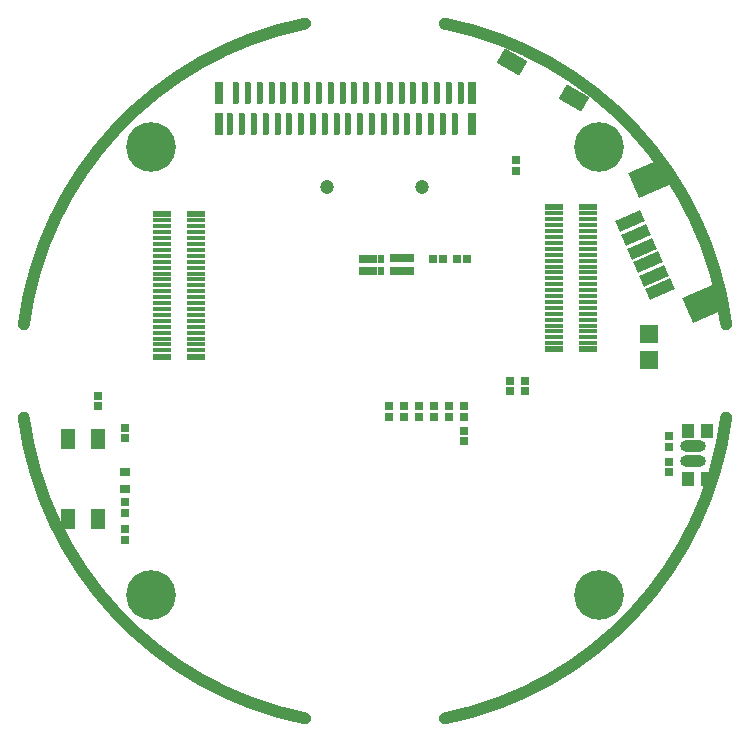
<source format=gts>
%FSLAX44Y44*%
%MOMM*%
G71*
G01*
G75*
G04 Layer_Color=8388736*
%ADD10R,0.6000X0.5000*%
%ADD11R,0.5000X0.6000*%
%ADD12R,0.7000X0.6000*%
%ADD13R,1.0000X1.6000*%
G04:AMPARAMS|DCode=14|XSize=3mm|YSize=2.1mm|CornerRadius=0mm|HoleSize=0mm|Usage=FLASHONLY|Rotation=203.500|XOffset=0mm|YOffset=0mm|HoleType=Round|Shape=Rectangle|*
%AMROTATEDRECTD14*
4,1,4,0.9569,1.5610,1.7943,-0.3648,-0.9569,-1.5610,-1.7943,0.3648,0.9569,1.5610,0.0*
%
%ADD14ROTATEDRECTD14*%

G04:AMPARAMS|DCode=15|XSize=2.1mm|YSize=0.8mm|CornerRadius=0mm|HoleSize=0mm|Usage=FLASHONLY|Rotation=203.500|XOffset=0mm|YOffset=0mm|HoleType=Round|Shape=Rectangle|*
%AMROTATEDRECTD15*
4,1,4,0.8034,0.7855,1.1224,0.0519,-0.8034,-0.7855,-1.1224,-0.0519,0.8034,0.7855,0.0*
%
%ADD15ROTATEDRECTD15*%

G04:AMPARAMS|DCode=16|XSize=2mm|YSize=1.2mm|CornerRadius=0mm|HoleSize=0mm|Usage=FLASHONLY|Rotation=150.000|XOffset=0mm|YOffset=0mm|HoleType=Round|Shape=Rectangle|*
%AMROTATEDRECTD16*
4,1,4,1.1660,0.0196,0.5660,-1.0196,-1.1660,-0.0196,-0.5660,1.0196,1.1660,0.0196,0.0*
%
%ADD16ROTATEDRECTD16*%

%ADD17R,1.3500X0.3000*%
%ADD18R,1.3500X0.2500*%
%ADD19R,0.5000X1.7000*%
G04:AMPARAMS|DCode=20|XSize=0.32mm|YSize=1.7mm|CornerRadius=0.08mm|HoleSize=0mm|Usage=FLASHONLY|Rotation=0.000|XOffset=0mm|YOffset=0mm|HoleType=Round|Shape=RoundedRectangle|*
%AMROUNDEDRECTD20*
21,1,0.3200,1.5400,0,0,0.0*
21,1,0.1600,1.7000,0,0,0.0*
1,1,0.1600,0.0800,-0.7700*
1,1,0.1600,-0.0800,-0.7700*
1,1,0.1600,-0.0800,0.7700*
1,1,0.1600,0.0800,0.7700*
%
%ADD20ROUNDEDRECTD20*%
%ADD21R,0.4064X0.5500*%
%ADD22R,0.3048X0.5500*%
%ADD23R,1.3970X1.3970*%
%ADD24R,0.8890X1.0160*%
%ADD25C,0.2540*%
%ADD26C,1.0000*%
%ADD27C,0.6000*%
%ADD28C,0.4000*%
%ADD29C,0.3000*%
%ADD30C,0.5000*%
G04:AMPARAMS|DCode=31|XSize=4mm|YSize=4mm|CornerRadius=2mm|HoleSize=0mm|Usage=FLASHONLY|Rotation=0.000|XOffset=0mm|YOffset=0mm|HoleType=Round|Shape=RoundedRectangle|*
%AMROUNDEDRECTD31*
21,1,4.0000,0.0000,0,0,0.0*
21,1,0.0000,4.0000,0,0,0.0*
1,1,4.0000,0.0000,0.0000*
1,1,4.0000,0.0000,0.0000*
1,1,4.0000,0.0000,0.0000*
1,1,4.0000,0.0000,0.0000*
%
%ADD31ROUNDEDRECTD31*%
%ADD32O,2.0000X0.7500*%
%ADD33C,1.0000*%
%ADD34C,0.5000*%
%ADD35R,0.8128X0.8128*%
%ADD36R,2.1000X0.8000*%
%ADD37R,3.0000X2.1000*%
%ADD38R,0.8000X2.1000*%
%ADD39R,2.1000X3.0000*%
%ADD40R,0.6096X2.0320*%
%ADD41O,0.6096X2.0320*%
%ADD42R,1.3970X1.3970*%
%ADD43R,1.6000X1.2000*%
%ADD44R,2.1500X6.3000*%
%ADD45R,1.2000X1.8000*%
%ADD46R,0.8128X1.0668*%
%ADD47R,0.7000X1.4000*%
%ADD48R,1.8000X2.8000*%
%ADD49R,1.5200X0.7600*%
%ADD50R,1.0668X0.8128*%
%ADD51R,0.8128X0.8128*%
%ADD52R,1.2000X2.2000*%
%ADD53R,1.6000X1.4000*%
%ADD54R,1.1000X1.4000*%
%ADD55R,0.7000X1.6000*%
G04:AMPARAMS|DCode=56|XSize=2mm|YSize=2mm|CornerRadius=0mm|HoleSize=0mm|Usage=FLASHONLY|Rotation=180.000|XOffset=0mm|YOffset=0mm|HoleType=Round|Shape=RoundedRectangle|*
%AMROUNDEDRECTD56*
21,1,2.0000,2.0000,0,0,180.0*
21,1,2.0000,2.0000,0,0,180.0*
1,1,0.0000,-1.0000,1.0000*
1,1,0.0000,1.0000,1.0000*
1,1,0.0000,1.0000,-1.0000*
1,1,0.0000,-1.0000,-1.0000*
%
%ADD56ROUNDEDRECTD56*%
%ADD57C,0.8000*%
%ADD58C,0.1250*%
%ADD59C,0.1200*%
%ADD60R,0.8032X0.7032*%
%ADD61R,0.7032X0.8032*%
%ADD62R,0.9032X0.8032*%
%ADD63R,1.2032X1.8032*%
G04:AMPARAMS|DCode=64|XSize=3.2032mm|YSize=2.3032mm|CornerRadius=0mm|HoleSize=0mm|Usage=FLASHONLY|Rotation=203.500|XOffset=0mm|YOffset=0mm|HoleType=Round|Shape=Rectangle|*
%AMROTATEDRECTD64*
4,1,4,1.0096,1.6947,1.9280,-0.4174,-1.0096,-1.6947,-1.9280,0.4174,1.0096,1.6947,0.0*
%
%ADD64ROTATEDRECTD64*%

G04:AMPARAMS|DCode=65|XSize=2.3032mm|YSize=1.0032mm|CornerRadius=0mm|HoleSize=0mm|Usage=FLASHONLY|Rotation=203.500|XOffset=0mm|YOffset=0mm|HoleType=Round|Shape=Rectangle|*
%AMROTATEDRECTD65*
4,1,4,0.8561,0.9192,1.2561,-0.0008,-0.8561,-0.9192,-1.2561,0.0008,0.8561,0.9192,0.0*
%
%ADD65ROTATEDRECTD65*%

G04:AMPARAMS|DCode=66|XSize=2.2032mm|YSize=1.4032mm|CornerRadius=0mm|HoleSize=0mm|Usage=FLASHONLY|Rotation=150.000|XOffset=0mm|YOffset=0mm|HoleType=Round|Shape=Rectangle|*
%AMROTATEDRECTD66*
4,1,4,1.3048,0.0568,0.6032,-1.1584,-1.3048,-0.0568,-0.6032,1.1584,1.3048,0.0568,0.0*
%
%ADD66ROTATEDRECTD66*%

%ADD67R,1.5532X0.5032*%
%ADD68R,1.5532X0.4532*%
%ADD69R,0.7032X1.9032*%
G04:AMPARAMS|DCode=70|XSize=0.5232mm|YSize=1.9032mm|CornerRadius=0.1816mm|HoleSize=0mm|Usage=FLASHONLY|Rotation=0.000|XOffset=0mm|YOffset=0mm|HoleType=Round|Shape=RoundedRectangle|*
%AMROUNDEDRECTD70*
21,1,0.5232,1.5400,0,0,0.0*
21,1,0.1600,1.9032,0,0,0.0*
1,1,0.3632,0.0800,-0.7700*
1,1,0.3632,-0.0800,-0.7700*
1,1,0.3632,-0.0800,0.7700*
1,1,0.3632,0.0800,0.7700*
%
%ADD70ROUNDEDRECTD70*%
%ADD71R,0.6096X0.7532*%
%ADD72R,0.5080X0.7532*%
%ADD73R,1.6002X1.6002*%
%ADD74R,1.0922X1.2192*%
G04:AMPARAMS|DCode=75|XSize=4.2032mm|YSize=4.2032mm|CornerRadius=2.1016mm|HoleSize=0mm|Usage=FLASHONLY|Rotation=0.000|XOffset=0mm|YOffset=0mm|HoleType=Round|Shape=RoundedRectangle|*
%AMROUNDEDRECTD75*
21,1,4.2032,0.0000,0,0,0.0*
21,1,0.0000,4.2032,0,0,0.0*
1,1,4.2032,0.0000,0.0000*
1,1,4.2032,0.0000,0.0000*
1,1,4.2032,0.0000,0.0000*
1,1,4.2032,0.0000,0.0000*
%
%ADD75ROUNDEDRECTD75*%
%ADD76O,2.2032X0.9532*%
%ADD77C,1.2032*%
D26*
X-59189Y294103D02*
G03*
X-297380Y39563I59189J-294103D01*
G01*
X297385Y39521D02*
G03*
X59128Y294116I-297385J-39521D01*
G01*
X-297380Y-39563D02*
G03*
X-59128Y-294116I297380J39563D01*
G01*
X59097Y-294122D02*
G03*
X297407Y-39355I-59097J294122D01*
G01*
D60*
X-234950Y-29790D02*
D03*
Y-20790D02*
D03*
X62230Y-29790D02*
D03*
Y-38790D02*
D03*
X11430Y-29790D02*
D03*
Y-38790D02*
D03*
X74930Y-29790D02*
D03*
Y-38790D02*
D03*
X24130D02*
D03*
Y-29790D02*
D03*
X36830D02*
D03*
Y-38790D02*
D03*
X74930Y-50503D02*
D03*
Y-59503D02*
D03*
X49530Y-29790D02*
D03*
Y-38790D02*
D03*
X-212090Y-47860D02*
D03*
Y-56860D02*
D03*
Y-120070D02*
D03*
Y-111070D02*
D03*
Y-133930D02*
D03*
Y-142930D02*
D03*
X114300Y-8200D02*
D03*
Y-17200D02*
D03*
X127000Y-8200D02*
D03*
Y-17200D02*
D03*
X119380Y169490D02*
D03*
Y178490D02*
D03*
X248920Y-85780D02*
D03*
Y-76780D02*
D03*
Y-55003D02*
D03*
Y-64003D02*
D03*
D61*
X78160Y95266D02*
D03*
X69160D02*
D03*
X57840Y95250D02*
D03*
X48840D02*
D03*
D62*
X-212090Y-85521D02*
D03*
Y-99721D02*
D03*
D63*
X-234950Y-125440D02*
D03*
X-260350D02*
D03*
X-260350Y-57440D02*
D03*
X-234950D02*
D03*
D64*
X233777Y163235D02*
D03*
X279792Y57406D02*
D03*
D65*
X215815Y126801D02*
D03*
X220799Y115338D02*
D03*
X235912Y80581D02*
D03*
X240896Y69118D02*
D03*
X230848Y92228D02*
D03*
X225863Y103691D02*
D03*
D66*
X168221Y231380D02*
D03*
X116259Y261380D02*
D03*
D67*
X151250Y138750D02*
D03*
X180750D02*
D03*
X151250Y18250D02*
D03*
X180750D02*
D03*
X-180750Y132750D02*
D03*
X-151250D02*
D03*
X-180750Y12250D02*
D03*
X-151250D02*
D03*
D68*
X151250Y133500D02*
D03*
X180750D02*
D03*
X151250Y128500D02*
D03*
X180750D02*
D03*
X151250Y123500D02*
D03*
X180750D02*
D03*
X151250Y118500D02*
D03*
X180750D02*
D03*
X151250Y113500D02*
D03*
X180750D02*
D03*
X151250Y108500D02*
D03*
X180750D02*
D03*
X151250Y103500D02*
D03*
X180750D02*
D03*
X151250Y98500D02*
D03*
X180750D02*
D03*
X151250Y93500D02*
D03*
X180750D02*
D03*
X151250Y88500D02*
D03*
X180750D02*
D03*
X151250Y83500D02*
D03*
X180750D02*
D03*
X151250Y78500D02*
D03*
X180750D02*
D03*
X151250Y73500D02*
D03*
X180750D02*
D03*
X151250Y68500D02*
D03*
X180750D02*
D03*
X151250Y63500D02*
D03*
X180750D02*
D03*
X151250Y58500D02*
D03*
X180750D02*
D03*
X151250Y53500D02*
D03*
X180750D02*
D03*
X151250Y48500D02*
D03*
X180750D02*
D03*
X151250Y43500D02*
D03*
X180750D02*
D03*
X151250Y38500D02*
D03*
X180750D02*
D03*
X151250Y33500D02*
D03*
X180750D02*
D03*
X151250Y28500D02*
D03*
X180750D02*
D03*
X151250Y23500D02*
D03*
X180750D02*
D03*
X-180750Y127500D02*
D03*
X-151250D02*
D03*
X-180750Y122500D02*
D03*
X-151250D02*
D03*
X-180750Y117500D02*
D03*
X-151250D02*
D03*
X-180750Y112500D02*
D03*
X-151250D02*
D03*
X-180750Y107500D02*
D03*
X-151250D02*
D03*
X-180750Y102500D02*
D03*
X-151250D02*
D03*
X-180750Y97500D02*
D03*
X-151250D02*
D03*
X-180750Y92500D02*
D03*
X-151250D02*
D03*
X-180750Y87500D02*
D03*
X-151250D02*
D03*
X-180750Y82500D02*
D03*
X-151250D02*
D03*
X-180750Y77500D02*
D03*
X-151250D02*
D03*
X-180750Y72500D02*
D03*
X-151250D02*
D03*
X-180750Y67500D02*
D03*
X-151250D02*
D03*
X-180750Y62500D02*
D03*
X-151250D02*
D03*
X-180750Y57500D02*
D03*
X-151250D02*
D03*
X-180750Y52500D02*
D03*
X-151250D02*
D03*
X-180750Y47500D02*
D03*
X-151250D02*
D03*
X-180750Y42500D02*
D03*
X-151250D02*
D03*
X-180750Y37500D02*
D03*
X-151250D02*
D03*
X-180750Y32500D02*
D03*
X-151250D02*
D03*
X-180750Y27500D02*
D03*
X-151250D02*
D03*
X-180750Y22500D02*
D03*
X-151250D02*
D03*
X-180750Y17500D02*
D03*
X-151250D02*
D03*
D69*
X82000Y235000D02*
D03*
Y209000D02*
D03*
X-132000D02*
D03*
Y235000D02*
D03*
D70*
X17500Y209000D02*
D03*
X27500D02*
D03*
X37500D02*
D03*
X22500Y235000D02*
D03*
X32500D02*
D03*
X42500D02*
D03*
X72500D02*
D03*
X62500D02*
D03*
X52500D02*
D03*
X67500Y209000D02*
D03*
X57500D02*
D03*
X47500D02*
D03*
X-42500D02*
D03*
X-32500D02*
D03*
X-22500D02*
D03*
X-12500D02*
D03*
X-2500D02*
D03*
X7500D02*
D03*
X-37500Y235000D02*
D03*
X-27500D02*
D03*
X-17500D02*
D03*
X-7500D02*
D03*
X2500D02*
D03*
X12500D02*
D03*
X-47500D02*
D03*
X-57500D02*
D03*
X-67500D02*
D03*
X-77500D02*
D03*
X-87500D02*
D03*
X-97500D02*
D03*
X-107500D02*
D03*
X-117500D02*
D03*
X-52500Y209000D02*
D03*
X-62500D02*
D03*
X-72500D02*
D03*
X-82500D02*
D03*
X-92500D02*
D03*
X-102500D02*
D03*
X-112500D02*
D03*
X-122500D02*
D03*
D71*
X30861Y84920D02*
D03*
X14859D02*
D03*
Y95420D02*
D03*
X30861D02*
D03*
X4867Y84622D02*
D03*
X-11135D02*
D03*
Y95122D02*
D03*
X4867D02*
D03*
D72*
X25359Y84920D02*
D03*
X20361D02*
D03*
Y95420D02*
D03*
X25359D02*
D03*
X-635Y84622D02*
D03*
X-5634D02*
D03*
Y95122D02*
D03*
X-635D02*
D03*
D73*
X232007Y9525D02*
D03*
Y31115D02*
D03*
D74*
X265049Y-50800D02*
D03*
X281051D02*
D03*
X265049Y-91440D02*
D03*
X281051D02*
D03*
D75*
X-190000Y-190000D02*
D03*
X190000D02*
D03*
Y190000D02*
D03*
X-190000D02*
D03*
D76*
X269240Y-63617D02*
D03*
Y-76223D02*
D03*
D77*
X39653Y155927D02*
D03*
X-40233Y155890D02*
D03*
M02*

</source>
